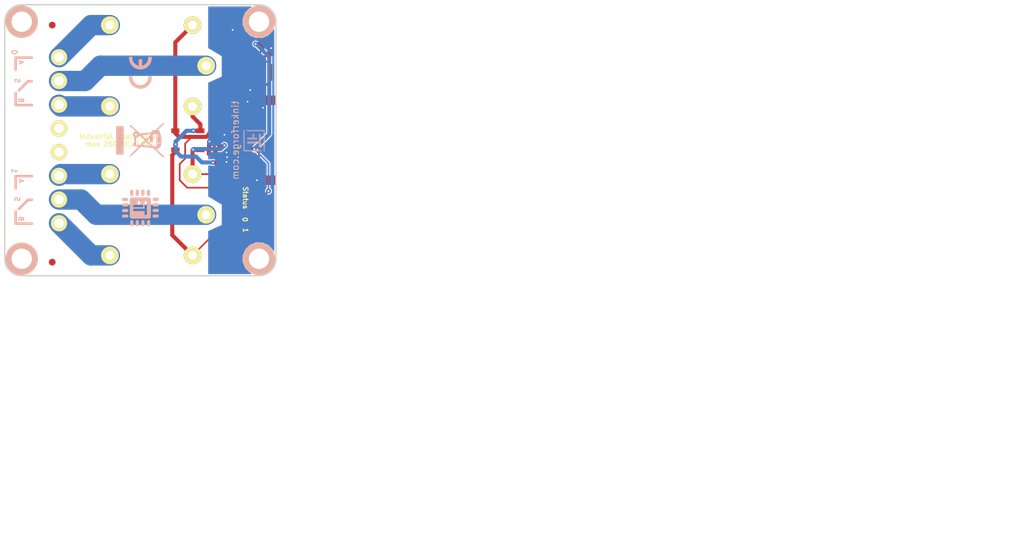
<source format=kicad_pcb>
(kicad_pcb (version 4) (host pcbnew 4.0.7-e2-6376~58~ubuntu17.04.1)
  (title_block (title "Industrial Dual Relay Bricklet") (date 2017-12-06) (rev 1.0) (company "Tinkerforge GmbH") (comment 1 "Licensed under CERN OHL v.1.1") (comment 2 "Copyright (©) 2017, B.Nordmeyer <bastian@tinkerforge.com>"))
  (layers (0 Vorderseite signal) (31 Rückseite signal hide) (34 B.Paste user) (35 F.Paste user) (36 B.SilkS user) (37 F.SilkS user) (38 B.Mask user) (39 F.Mask user) (44 Edge.Cuts user))
  (net 0 "")
  (net 1 +5V)
  (net 2 GND)
  (net 3 VCC)
  (net 4 S-MISO)
  (net 5 S-MOSI)
  (net 6 S-CLK)
  (net 7 S-CS)
  (net 8 RELAY1)
  (net 9 RELAY0)
  (net 10 "Net-(C2-Pad2)")
  (net 11 "Net-(D1-Pad2)")
  (net 12 "Net-(D2-Pad2)")
  (net 13 "Net-(D3-Pad2)")
  (net 14 "Net-(D4-Pad1)")
  (net 15 "Net-(D5-Pad1)")
  (net 16 "Net-(P1-Pad4)")
  (net 17 "Net-(P1-Pad5)")
  (net 18 "Net-(P1-Pad6)")
  (net 19 "Net-(P2-Pad2)")
  (net 20 "Net-(R1-Pad1)")
  (net 21 "Net-(P3-Pad2)")
  (net 22 "Net-(P3-Pad3)")
  (net 23 "Net-(P3-Pad1)")
  (net 24 "Net-(P3-Pad6)")
  (net 25 "Net-(P3-Pad7)")
  (net 26 "Net-(P3-Pad8)")
  (net 27 "Net-(P4-Pad1)")
  (module R0402F (layer Vorderseite) (at 162.675 106.075)
    (fp_text reference R4)
    (fp_text value 10k)
    (pad 2 smd rect (at 0.5 0) (size 0.6 0.7) (layers Vorderseite F.Paste F.Mask) (net 8 RELAY1))
    (pad 1 smd rect (at -0.5 0) (size 0.6 0.7) (layers Vorderseite F.Paste F.Mask) (net 2 GND))
  )
  (module G5LE-1 (layer Vorderseite) (at 153.075 115.175 180)
    (fp_text reference U3)
    (fp_text value G5LE-1-36)
    (pad 1 thru_hole circle (at -6.7 -6 180) (size 2.6 2.6) (drill 1.3) (layers *.Cu *.Mask F.SilkS) (net 1 +5V))
    (pad 2 thru_hole circle (at -8.7 0 180) (size 2.6 2.6) (drill 1.3) (layers *.Cu *.Mask F.SilkS) (net 25 "Net-(P3-Pad7)"))
    (pad 3 thru_hole circle (at -6.7 6 180) (size 2.6 2.6) (drill 1.3) (layers *.Cu *.Mask F.SilkS) (net 15 "Net-(D5-Pad1)"))
    (pad 4 thru_hole circle (at 5.5 6 180) (size 2.6 2.6) (drill 1.3) (layers *.Cu *.Mask F.SilkS) (net 24 "Net-(P3-Pad6)"))
    (pad 5 thru_hole circle (at 5.5 -6 180) (size 2.6 2.6) (drill 1.3) (layers *.Cu *.Mask F.SilkS) (net 26 "Net-(P3-Pad8)"))
  )
  (module C0603F (layer Vorderseite) (at 165.575 105.375 90)
    (fp_text reference C3)
    (fp_text value 1uF)
    (pad 1 smd rect (at -0.75 0 90) (size 0.9 0.9) (layers Vorderseite F.Paste F.Mask) (net 2 GND))
    (pad 2 smd rect (at 0.75 0 90) (size 0.9 0.9) (layers Vorderseite F.Paste F.Mask) (net 3 VCC))
  )
  (module C0603F (layer Vorderseite) (at 170.475 90.975 315)
    (fp_text reference C4)
    (fp_text value 100nF)
    (pad 1 smd rect (at -0.75 0 315) (size 0.9 0.9) (layers Vorderseite F.Paste F.Mask) (net 3 VCC))
    (pad 2 smd rect (at 0.75 0 315) (size 0.9 0.9) (layers Vorderseite F.Paste F.Mask) (net 2 GND))
  )
  (module D0603E (layer Vorderseite) (at 169.575 112.675 180)
    (fp_text reference D1)
    (fp_text value blue)
    (pad 1 smd rect (at -0.8501 0 180) (size 1.1 1) (layers Vorderseite F.Paste F.Mask) (net 3 VCC))
    (pad 2 smd rect (at 0.8501 0 180) (size 1.1 1) (layers Vorderseite F.Paste F.Mask) (net 11 "Net-(D1-Pad2)"))
  )
  (module D0603E (layer Vorderseite) (at 169.575 115.875 180)
    (fp_text reference D2)
    (fp_text value blue)
    (pad 1 smd rect (at -0.8501 0 180) (size 1.1 1) (layers Vorderseite F.Paste F.Mask) (net 1 +5V))
    (pad 2 smd rect (at 0.8501 0 180) (size 1.1 1) (layers Vorderseite F.Paste F.Mask) (net 12 "Net-(D2-Pad2)"))
  )
  (module D0603E (layer Vorderseite) (at 169.575 117.475 180)
    (fp_text reference D3)
    (fp_text value blue)
    (pad 1 smd rect (at -0.8501 0 180) (size 1.1 1) (layers Vorderseite F.Paste F.Mask) (net 1 +5V))
    (pad 2 smd rect (at 0.8501 0 180) (size 1.1 1) (layers Vorderseite F.Paste F.Mask) (net 13 "Net-(D3-Pad2)"))
  )
  (module CON-SENSOR2 (layer Vorderseite) (at 172.075 104.175 90)
    (fp_text reference P1)
    (fp_text value CON-SENSOR2)
    (pad 1 smd rect (at -3.75 -4.6 90) (size 0.6 1.8) (layers Vorderseite F.Paste F.Mask) (net 1 +5V))
    (pad 2 smd rect (at -2.5 -4.6 90) (size 0.6 1.8) (layers Vorderseite F.Paste F.Mask) (net 2 GND))
    (pad EP smd rect (at -5.9 -1.2 90) (size 1.4 2.4) (layers Vorderseite F.Paste F.Mask) (net 2 GND))
    (pad EP smd rect (at 5.9 -1.2 90) (size 1.4 2.4) (layers Vorderseite F.Paste F.Mask) (net 2 GND))
    (pad 3 smd rect (at -1.25 -4.6 90) (size 0.6 1.8) (layers Vorderseite F.Paste F.Mask) (net 3 VCC))
    (pad 4 smd rect (at 0 -4.6 90) (size 0.6 1.8) (layers Vorderseite F.Paste F.Mask) (net 16 "Net-(P1-Pad4)"))
    (pad 5 smd rect (at 1.25 -4.6 90) (size 0.6 1.8) (layers Vorderseite F.Paste F.Mask) (net 17 "Net-(P1-Pad5)"))
    (pad 6 smd rect (at 2.5 -4.6 90) (size 0.6 1.8) (layers Vorderseite F.Paste F.Mask) (net 18 "Net-(P1-Pad6)"))
    (pad 7 smd rect (at 3.75 -4.6 90) (size 0.6 1.8) (layers Vorderseite F.Paste F.Mask) (net 10 "Net-(C2-Pad2)"))
  )
  (module kicad-libraries:SolderJumper (layer Vorderseite) (at 165.675 88.975 270)
    (fp_text reference P2)
    (fp_text value BOOT)
    (pad 2 smd rect (at 0.55 0 270) (size 0.3 1.4) (layers Vorderseite F.Mask) (net 19 "Net-(P2-Pad2)"))
    (pad 2 smd rect (at 0.15 0 270) (size 0.6 0.5) (layers Vorderseite F.Mask) (net 19 "Net-(P2-Pad2)"))
    (pad 1 smd rect (at -0.5 0 270) (size 0.4 1.4) (layers Vorderseite F.Mask) (net 2 GND))
    (pad 1 smd rect (at -0.225 0.55 270) (size 0.95 0.3) (layers Vorderseite F.Mask) (net 2 GND))
    (pad 1 smd rect (at -0.225 -0.55 270) (size 0.95 0.3) (layers Vorderseite F.Mask) (net 2 GND))
  )
  (module R0603F (layer Vorderseite) (at 166.475 111.275 270)
    (fp_text reference R1)
    (fp_text value 1k)
    (pad 1 smd rect (at -0.75 0 270) (size 0.9 0.9) (layers Vorderseite F.Paste F.Mask) (net 20 "Net-(R1-Pad1)"))
    (pad 2 smd rect (at 0.75 0 270) (size 0.9 0.9) (layers Vorderseite F.Paste F.Mask) (net 11 "Net-(D1-Pad2)"))
  )
  (module R0603F (layer Vorderseite) (at 166.475 115.175 270)
    (fp_text reference R3)
    (fp_text value 1k)
    (pad 1 smd rect (at -0.75 0 270) (size 0.9 0.9) (layers Vorderseite F.Paste F.Mask) (net 15 "Net-(D5-Pad1)"))
    (pad 2 smd rect (at 0.75 0 270) (size 0.9 0.9) (layers Vorderseite F.Paste F.Mask) (net 13 "Net-(D3-Pad2)"))
  )
  (module kicad-libraries:4X0402 (layer Vorderseite) (at 165.675 97.375)
    (fp_text reference RP1)
    (fp_text value 82)
    (pad 1 smd rect (at -0.7493 0.575 180) (size 0.29972 0.65) (layers Vorderseite F.Paste F.Mask) (net 16 "Net-(P1-Pad4)"))
    (pad 2 smd rect (at -0.24892 0.575 180) (size 0.29972 0.65) (layers Vorderseite F.Paste F.Mask) (net 17 "Net-(P1-Pad5)"))
    (pad 3 smd rect (at 0.24892 0.575 180) (size 0.29972 0.65) (layers Vorderseite F.Paste F.Mask) (net 18 "Net-(P1-Pad6)"))
    (pad 4 smd rect (at 0.7493 0.575 180) (size 0.29972 0.65) (layers Vorderseite F.Paste F.Mask) (net 10 "Net-(C2-Pad2)"))
    (pad 5 smd rect (at 0.7493 -0.575) (size 0.29972 0.65) (layers Vorderseite F.Paste F.Mask) (net 4 S-MISO))
    (pad 6 smd rect (at 0.24892 -0.575) (size 0.29972 0.65) (layers Vorderseite F.Paste F.Mask) (net 5 S-MOSI))
    (pad 7 smd rect (at -0.24892 -0.575) (size 0.29972 0.65) (layers Vorderseite F.Paste F.Mask) (net 6 S-CLK))
    (pad 8 smd rect (at -0.7493 -0.575) (size 0.29972 0.65) (layers Vorderseite F.Paste F.Mask) (net 7 S-CS))
  )
  (module kicad-libraries:QFN24-4x4mm-0.5mm (layer Vorderseite) (at 167.875 93.375 135)
    (fp_text reference U1)
    (fp_text value XMC1XXX24)
    (pad 1 smd oval (at -2.025 -1.25 135) (size 1 0.3) (layers Vorderseite F.Paste F.Mask) (net 4 S-MISO))
    (pad 2 smd oval (at -2.025 -0.75 135) (size 1 0.3) (layers Vorderseite F.Paste F.Mask))
    (pad 3 smd oval (at -2.025 -0.25 135) (size 1 0.3) (layers Vorderseite F.Paste F.Mask))
    (pad 4 smd oval (at -2.025 0.25 135) (size 1 0.3) (layers Vorderseite F.Paste F.Mask))
    (pad 5 smd oval (at -2.025 0.75 135) (size 1 0.3) (layers Vorderseite F.Paste F.Mask))
    (pad 6 smd oval (at -2.025 1.25 135) (size 1 0.3) (layers Vorderseite F.Paste F.Mask))
    (pad 7 smd oval (at -1.25 2.025 225) (size 1 0.3) (layers Vorderseite F.Paste F.Mask) (net 20 "Net-(R1-Pad1)"))
    (pad 8 smd oval (at -0.75 2.025 225) (size 1 0.3) (layers Vorderseite F.Paste F.Mask))
    (pad 9 smd oval (at -0.25 2.025 225) (size 1 0.3) (layers Vorderseite F.Paste F.Mask) (net 2 GND))
    (pad 10 smd oval (at 0.25 2.025 225) (size 1 0.3) (layers Vorderseite F.Paste F.Mask) (net 3 VCC))
    (pad 11 smd oval (at 0.75 2.025 225) (size 1 0.3) (layers Vorderseite F.Paste F.Mask))
    (pad 12 smd oval (at 1.25 2.025 225) (size 1 0.3) (layers Vorderseite F.Paste F.Mask))
    (pad 13 smd oval (at 2.025 1.25 135) (size 1 0.3) (layers Vorderseite F.Paste F.Mask))
    (pad 14 smd oval (at 2.025 0.75 135) (size 1 0.3) (layers Vorderseite F.Paste F.Mask))
    (pad 15 smd oval (at 2.025 0.25 135) (size 1 0.3) (layers Vorderseite F.Paste F.Mask) (net 19 "Net-(P2-Pad2)"))
    (pad 16 smd oval (at 2.025 -0.25 135) (size 1 0.3) (layers Vorderseite F.Paste F.Mask) (net 27 "Net-(P4-Pad1)"))
    (pad 17 smd oval (at 2.025 -0.75 135) (size 1 0.3) (layers Vorderseite F.Paste F.Mask))
    (pad 18 smd oval (at 2.025 -1.25 135) (size 1 0.3) (layers Vorderseite F.Paste F.Mask) (net 9 RELAY0))
    (pad 19 smd oval (at 1.25 -2.025 225) (size 1 0.3) (layers Vorderseite F.Paste F.Mask) (net 8 RELAY1))
    (pad 20 smd oval (at 0.75 -2.025 225) (size 1 0.3) (layers Vorderseite F.Paste F.Mask))
    (pad 21 smd oval (at 0.25 -2.025 225) (size 1 0.3) (layers Vorderseite F.Paste F.Mask))
    (pad 22 smd oval (at -0.25 -2.025 225) (size 1 0.3) (layers Vorderseite F.Paste F.Mask) (net 7 S-CS))
    (pad 23 smd oval (at -0.75 -2.025 225) (size 1 0.3) (layers Vorderseite F.Paste F.Mask) (net 6 S-CLK))
    (pad 24 smd oval (at -1.25 -2.025 225) (size 1 0.3) (layers Vorderseite F.Paste F.Mask) (net 5 S-MOSI))
    (pad EXP smd rect (at 0.65 0.65 135) (size 1.3 1.3) (layers Vorderseite F.Paste F.Mask) (net 2 GND))
    (pad EXP smd rect (at 0.65 -0.65 135) (size 1.3 1.3) (layers Vorderseite F.Paste F.Mask) (net 2 GND))
    (pad EXP smd rect (at -0.65 0.65 135) (size 1.3 1.3) (layers Vorderseite F.Paste F.Mask) (net 2 GND))
    (pad EXP smd rect (at -0.65 -0.65 135) (size 1.3 1.3) (layers Vorderseite F.Paste F.Mask) (net 2 GND))
  )
  (module G5LE-1 (layer Vorderseite) (at 153.075 93.175 180)
    (fp_text reference U2)
    (fp_text value G5LE-1-36)
    (pad 1 thru_hole circle (at -6.7 -6 180) (size 2.6 2.6) (drill 1.3) (layers *.Cu *.Mask F.SilkS) (net 1 +5V))
    (pad 2 thru_hole circle (at -8.7 0 180) (size 2.6 2.6) (drill 1.3) (layers *.Cu *.Mask F.SilkS) (net 21 "Net-(P3-Pad2)"))
    (pad 3 thru_hole circle (at -6.7 6 180) (size 2.6 2.6) (drill 1.3) (layers *.Cu *.Mask F.SilkS) (net 14 "Net-(D4-Pad1)"))
    (pad 4 thru_hole circle (at 5.5 6 180) (size 2.6 2.6) (drill 1.3) (layers *.Cu *.Mask F.SilkS) (net 23 "Net-(P3-Pad1)"))
    (pad 5 thru_hole circle (at 5.5 -6 180) (size 2.6 2.6) (drill 1.3) (layers *.Cu *.Mask F.SilkS) (net 22 "Net-(P3-Pad3)"))
  )
  (module DRILL_NP (layer Vorderseite) (at 169.575 121.675)
    (fp_text reference U4 hide)
    (fp_text value DRILL hide)
    (pad "" np_thru_hole circle (at 0 0) (size 2.99974 2.99974) (drill 2.99974) (layers *.Cu *.Mask F.SilkS) (clearance 0.89916))
  )
  (module DRILL_NP (layer Vorderseite) (at 134.575 121.675)
    (fp_text reference U5 hide)
    (fp_text value DRILL hide)
    (pad "" np_thru_hole circle (at 0 0) (size 2.99974 2.99974) (drill 2.99974) (layers *.Cu *.Mask F.SilkS) (clearance 0.89916))
  )
  (module DRILL_NP (layer Vorderseite) (at 134.575 86.675)
    (fp_text reference U6 hide)
    (fp_text value DRILL hide)
    (pad "" np_thru_hole circle (at 0 0) (size 2.99974 2.99974) (drill 2.99974) (layers *.Cu *.Mask F.SilkS) (clearance 0.89916))
  )
  (module DRILL_NP (layer Vorderseite) (at 169.575 86.675)
    (fp_text reference U7 hide)
    (fp_text value DRILL hide)
    (pad "" np_thru_hole circle (at 0 0) (size 2.99974 2.99974) (drill 2.99974) (layers *.Cu *.Mask F.SilkS) (clearance 0.89916))
  )
  (module C0402F (layer Vorderseite) (at 167.775 97.575 180)
    (fp_text reference C2)
    (fp_text value 220pF)
    (pad 2 smd rect (at 0.5 0 180) (size 0.6 0.7) (layers Vorderseite F.Paste F.Mask) (net 10 "Net-(C2-Pad2)"))
    (pad 1 smd rect (at -0.5 0 180) (size 0.6 0.7) (layers Vorderseite F.Paste F.Mask) (net 2 GND))
  )
  (module kicad-libraries:OQ_8P (layer Vorderseite) (at 140.075 104.175 270)
    (fp_text reference P3)
    (fp_text value CONN_8)
    (pad 2 thru_hole circle (at -8.7503 0 270) (size 2.4003 2.4003) (drill 1.39954) (layers *.Cu *.Mask F.SilkS) (net 21 "Net-(P3-Pad2)"))
    (pad 3 thru_hole circle (at -5.25018 0 270) (size 2.4003 2.4003) (drill 1.39954) (layers *.Cu *.Mask F.SilkS) (net 22 "Net-(P3-Pad3)"))
    (pad 4 thru_hole circle (at -1.75006 0 270) (size 2.4003 2.4003) (drill 1.39954) (layers *.Cu *.Mask F.SilkS))
    (pad 1 thru_hole circle (at -12.25042 0 270) (size 2.4003 2.4003) (drill 1.39954) (layers *.Cu *.Mask F.SilkS) (net 23 "Net-(P3-Pad1)"))
    (pad 5 thru_hole circle (at 1.75006 0 270) (size 2.4003 2.4003) (drill 1.39954) (layers *.Cu *.Mask F.SilkS))
    (pad 6 thru_hole circle (at 5.25018 0 270) (size 2.4003 2.4003) (drill 1.39954) (layers *.Cu *.Mask F.SilkS) (net 24 "Net-(P3-Pad6)"))
    (pad 7 thru_hole circle (at 8.7503 0 270) (size 2.4003 2.4003) (drill 1.39954) (layers *.Cu *.Mask F.SilkS) (net 25 "Net-(P3-Pad7)"))
    (pad 8 thru_hole circle (at 12.25042 0 270) (size 2.4003 2.4003) (drill 1.39954) (layers *.Cu *.Mask F.SilkS) (net 26 "Net-(P3-Pad8)"))
  )
  (module SOD-123 (layer Vorderseite) (at 159.075 102.775)
    (fp_text reference D4)
    (fp_text value LL4148)
    (pad 1 smd rect (at -1.84912 0) (size 1.19888 0.70104) (layers Vorderseite F.Paste F.Mask) (net 14 "Net-(D4-Pad1)") (clearance 0.14986))
    (pad 2 smd rect (at 1.84912 0) (size 1.19888 0.70104) (layers Vorderseite F.Paste F.Mask) (net 1 +5V) (clearance 0.14986))
  )
  (module SOD-123 (layer Vorderseite) (at 159.075 105.575 180)
    (fp_text reference D5)
    (fp_text value LL4148)
    (pad 1 smd rect (at -1.84912 0 180) (size 1.19888 0.70104) (layers Vorderseite F.Paste F.Mask) (net 15 "Net-(D5-Pad1)") (clearance 0.14986))
    (pad 2 smd rect (at 1.84912 0 180) (size 1.19888 0.70104) (layers Vorderseite F.Paste F.Mask) (net 1 +5V) (clearance 0.14986))
  )
  (module R0603F (layer Vorderseite) (at 165.075 115.175 270)
    (fp_text reference R2)
    (fp_text value 1k)
    (pad 1 smd rect (at -0.75 0 270) (size 0.9 0.9) (layers Vorderseite F.Paste F.Mask) (net 14 "Net-(D4-Pad1)"))
    (pad 2 smd rect (at 0.75 0 270) (size 0.9 0.9) (layers Vorderseite F.Paste F.Mask) (net 12 "Net-(D2-Pad2)"))
  )
  (module C0603F (layer Vorderseite) (at 165.575 108.075 270)
    (fp_text reference C1)
    (fp_text value 1uF)
    (pad 1 smd rect (at -0.75 0 270) (size 0.9 0.9) (layers Vorderseite F.Paste F.Mask) (net 2 GND))
    (pad 2 smd rect (at 0.75 0 270) (size 0.9 0.9) (layers Vorderseite F.Paste F.Mask) (net 1 +5V))
  )
  (module kicad-libraries:DEBUG_PAD (layer Vorderseite) (at 165.15 91.475)
    (fp_text reference P4)
    (fp_text value Debug)
    (pad 1 smd circle (at 0 0) (size 0.7 0.7) (layers Vorderseite F.Paste F.Mask) (net 27 "Net-(P4-Pad1)"))
  )
  (module kicad-libraries:Logo_31x31 (layer Rückseite) (at 170.425 105.825 90)
    (fp_text reference G*** hide)
    (fp_text value Logo_31x31 hide)
  )
  (module kicad-libraries:Logo_CoMCU (layer Rückseite) (at 152.075 114.175 90)
    (fp_text reference G*** hide)
    (fp_text value LOGO hide)
  )
  (module kicad-libraries:CE_5mm (layer Rückseite) (at 152.075 94.175 90)
    (fp_text reference VAL hide)
    (fp_text value CE_5mm hide)
  )
  (module kicad-libraries:WEEE_7mm (layer Rückseite) (at 152.075 104.175 90)
    (fp_text reference VAL hide)
    (fp_text value WEEE_7mm hide)
  )
  (module kicad-libraries:Fiducial_Mark (layer Vorderseite) (at 139.075 87.175)
    (fp_text reference Fiducial_Mark hide)
    (fp_text value VAL** hide)
    (pad 1 smd circle (at 0 0) (size 1.00076 1.00076) (layers Vorderseite F.Paste F.Mask) (clearance 0.65024))
  )
  (module kicad-libraries:Fiducial_Mark (layer Vorderseite) (at 165.075 122.175)
    (fp_text reference Fiducial_Mark hide)
    (fp_text value VAL** hide)
    (pad 1 smd circle (at 0 0) (size 1.00076 1.00076) (layers Vorderseite F.Paste F.Mask) (clearance 0.65024))
  )
  (module kicad-libraries:Fiducial_Mark (layer Vorderseite) (at 139.075 122.175)
    (fp_text reference Fiducial_Mark hide)
    (fp_text value VAL** hide)
    (pad 1 smd circle (at 0 0) (size 1.00076 1.00076) (layers Vorderseite F.Paste F.Mask) (clearance 0.65024))
  )
  (module kicad-libraries:SOT363 (layer Vorderseite) (at 162.975 104.175 90)
    (fp_text reference Q1)
    (fp_text value SSM6N7002KFU)
    (pad 1 smd rect (at -0.9 -0.75 90) (size 0.6 0.6) (layers Vorderseite F.Paste F.Mask) (net 2 GND))
    (pad 3 smd rect (at -0.9 0.75 90) (size 0.6 0.6) (layers Vorderseite F.Paste F.Mask) (net 15 "Net-(D5-Pad1)"))
    (pad 4 smd rect (at 0.9 0.75 90) (size 0.6 0.6) (layers Vorderseite F.Paste F.Mask) (net 2 GND))
    (pad 6 smd rect (at 0.9 -0.75 90) (size 0.6 0.6) (layers Vorderseite F.Paste F.Mask) (net 14 "Net-(D4-Pad1)"))
    (pad 2 smd rect (at -0.9 0 90) (size 0.6 0.4) (layers Vorderseite F.Paste F.Mask) (net 8 RELAY1))
    (pad 5 smd rect (at 0.9 0 90) (size 0.6 0.4) (layers Vorderseite F.Paste F.Mask) (net 9 RELAY0))
  )
  (module R0402F (layer Vorderseite) (at 163.375 102.275 180)
    (fp_text reference R5)
    (fp_text value 10k)
    (pad 2 smd rect (at 0.5 0 180) (size 0.6 0.7) (layers Vorderseite F.Paste F.Mask) (net 9 RELAY0))
    (pad 1 smd rect (at -0.5 0 180) (size 0.6 0.7) (layers Vorderseite F.Paste F.Mask) (net 2 GND))
  )
  (gr_text 0 (at 133.475 91.175 270) (layer B.SilkS) (effects (font (size 0.8 0.8)) (justify mirror)))
  (gr_line (start 135.5 95.475) (end 136.05 95.475) (angle 90) (layer B.SilkS) (width 0.381))
  (gr_text S (at 133.9 95.375 270) (layer B.SilkS) (effects (font (size 0.7 0.7) (thickness 0.14986)) (justify mirror)))
  (gr_text B (at 134.475 98.275 270) (layer B.SilkS) (effects (font (size 0.7 0.7) (thickness 0.14986)) (justify mirror)))
  (gr_text A (at 134.475 92.675 270) (layer B.SilkS) (effects (font (size 0.7 0.7) (thickness 0.14986)) (justify mirror)))
  (gr_line (start 135.5 95.475) (end 134.15 96.825) (angle 90) (layer B.SilkS) (width 0.381))
  (gr_line (start 136.075 91.975) (end 133.675 91.975) (angle 90) (layer B.SilkS) (width 0.381))
  (gr_line (start 136.075 98.975) (end 133.675 98.975) (angle 90) (layer B.SilkS) (width 0.381))
  (gr_line (start 133.675 98.975) (end 133.675 97.175) (angle 90) (layer B.SilkS) (width 0.381))
  (gr_line (start 133.675 91.975) (end 133.675 93.775) (angle 90) (layer B.SilkS) (width 0.381))
  (gr_line (start 133.675 109.475) (end 133.675 111.275) (angle 90) (layer B.SilkS) (width 0.381))
  (gr_line (start 133.675 116.475) (end 133.675 114.675) (angle 90) (layer B.SilkS) (width 0.381))
  (gr_line (start 136.075 116.475) (end 133.675 116.475) (angle 90) (layer B.SilkS) (width 0.381))
  (gr_line (start 136.075 109.475) (end 133.675 109.475) (angle 90) (layer B.SilkS) (width 0.381))
  (gr_line (start 135.5 112.975) (end 134.15 114.325) (angle 90) (layer B.SilkS) (width 0.381))
  (gr_text Status (at 167.575 112.675 270) (layer F.SilkS) (effects (font (size 0.7 0.7) (thickness 0.14986))))
  (gr_text 1 (at 167.575 117.475 270) (layer F.SilkS) (effects (font (size 0.7 0.7) (thickness 0.14986))))
  (gr_line (start 172.075 121.675) (end 172.075 86.675) (angle 90) (layer Edge.Cuts) (width 0.2))
  (gr_line (start 134.575 124.175) (end 169.575 124.175) (angle 90) (layer Edge.Cuts) (width 0.2))
  (gr_line (start 132.075 86.675) (end 132.075 121.675) (angle 90) (layer Edge.Cuts) (width 0.2))
  (gr_line (start 169.575 84.175) (end 134.575 84.175) (angle 90) (layer Edge.Cuts) (width 0.2))
  (gr_text 0 (at 167.575 115.875 90) (layer F.SilkS) (effects (font (size 0.7 0.7) (thickness 0.14986))))
  (gr_text A (at 134.475 110.175 270) (layer B.SilkS) (effects (font (size 0.7 0.7) (thickness 0.14986)) (justify mirror)))
  (gr_text B (at 134.475 115.775 270) (layer B.SilkS) (effects (font (size 0.7 0.7) (thickness 0.14986)) (justify mirror)))
  (gr_text S (at 133.9 112.875 270) (layer B.SilkS) (effects (font (size 0.7 0.7) (thickness 0.14986)) (justify mirror)))
  (gr_line (start 135.5 112.975) (end 136.05 112.975) (angle 90) (layer B.SilkS) (width 0.381))
  (gr_text 1 (at 133.475 108.675 270) (layer B.SilkS) (effects (font (size 0.8 0.8)) (justify mirror)))
  (gr_text tinkerforge.com (at 166.075 104.175 90) (layer B.SilkS) (effects (font (size 1.00076 1.00076) (thickness 0.14986)) (justify mirror)))
  (gr_arc (start 134.57302 86.67306) (end 132.07366 86.67306) (angle 90) (layer Edge.Cuts) (width 0.2))
  (gr_arc (start 134.57302 121.67298) (end 134.57302 124.17234) (angle 90) (layer Edge.Cuts) (width 0.2))
  (gr_arc (start 169.57294 121.67298) (end 172.0723 121.67298) (angle 90) (layer Edge.Cuts) (width 0.2))
  (gr_arc (start 169.57294 86.67306) (end 169.57294 84.17116) (angle 90) (layer Edge.Cuts) (width 0.2))
  (gr_text "Industrial Dual Relay\nmax 250VAC, 10A" (at 148.675 104.175) (layer F.SilkS) (effects (font (size 0.7 0.7))))
  (segment (start 170.275 118.475) (end 162.475 118.475) (width 0.24892) (layer Vorderseite) (net 1))
  (segment (start 162.475 118.475) (end 159.775 121.175) (width 0.24892) (layer Vorderseite) (net 1))
  (segment (start 170.4251 117.475) (end 170.4251 115.875) (width 0.24892) (layer Vorderseite) (net 1))
  (segment (start 170.4251 118.3249) (end 170.4251 117.475) (width 0.24892) (layer Vorderseite) (net 1))
  (segment (start 170.275 118.475) (end 170.4251 118.3249) (width 0.24892) (layer Vorderseite) (net 1))
  (segment (start 162.775 107.45) (end 161.15 107.45) (width 0.59944) (layer Rückseite) (net 1))
  (segment (start 157.275 105.775) (end 157.275 104.775) (width 0.59944) (layer Rückseite) (net 1))
  (segment (start 158.075 106.575) (end 157.275 105.775) (width 0.59944) (layer Rückseite) (net 1))
  (segment (start 160.275 106.575) (end 158.075 106.575) (width 0.59944) (layer Rückseite) (net 1))
  (segment (start 161.15 107.45) (end 160.275 106.575) (width 0.59944) (layer Rückseite) (net 1))
  (segment (start 159.875 102.775) (end 158.875 102.775) (width 0.59944) (layer Rückseite) (net 1))
  (segment (start 158.875 102.775) (end 157.275 104.375) (width 0.59944) (layer Rückseite) (net 1))
  (segment (start 157.275 104.375) (end 157.275 104.775) (width 0.59944) (layer Rückseite) (net 1))
  (segment (start 157.22588 104.82412) (end 157.275 104.775) (width 0.59944) (layer Vorderseite) (net 1))
  (segment (start 157.22588 104.82412) (end 157.22588 105.575) (width 0.59944) (layer Vorderseite) (net 1))
  (via (at 157.275 104.775) (size 0.70104) (drill 0.24892) (layers Vorderseite Rückseite) (net 1))
  (segment (start 159.875 102.775) (end 160.92412 102.775) (width 0.59944) (layer Vorderseite) (net 1))
  (via (at 159.875 102.775) (size 0.70104) (drill 0.24892) (layers Vorderseite Rückseite) (net 1))
  (segment (start 159.775 99.175) (end 159.775 100.675) (width 0.59944) (layer Vorderseite) (net 1))
  (segment (start 159.775 100.675) (end 160.92412 101.82412) (width 0.59944) (layer Vorderseite) (net 1))
  (segment (start 160.92412 101.82412) (end 160.92412 102.775) (width 0.59944) (layer Vorderseite) (net 1))
  (segment (start 165.575 108.825) (end 164.5 108.825) (width 0.59944) (layer Vorderseite) (net 1))
  (via (at 162.775 107.45) (size 0.70104) (drill 0.24892) (layers Vorderseite Rückseite) (net 1))
  (segment (start 163.125 107.45) (end 162.775 107.45) (width 0.59944) (layer Vorderseite) (net 1))
  (segment (start 164.5 108.825) (end 163.125 107.45) (width 0.59944) (layer Vorderseite) (net 1))
  (segment (start 165.575 108.825) (end 165.925 108.825) (width 0.59944) (layer Vorderseite) (net 1))
  (segment (start 165.925 108.825) (end 166.825 107.925) (width 0.59944) (layer Vorderseite) (net 1))
  (segment (start 166.825 107.925) (end 167.475 107.925) (width 0.59944) (layer Vorderseite) (net 1))
  (segment (start 157.575 105.575) (end 156.775 106.375) (width 0.59944) (layer Vorderseite) (net 1))
  (segment (start 156.775 118.175) (end 159.775 121.175) (width 0.59944) (layer Vorderseite) (net 1))
  (segment (start 156.775 106.375) (end 156.775 118.175) (width 0.59944) (layer Vorderseite) (net 1))
  (segment (start 162.225 105.075) (end 162.225 104.425) (width 0.59944) (layer Vorderseite) (net 2))
  (via (at 162.275 104.375) (size 0.70104) (drill 0.24892) (layers Vorderseite Rückseite) (net 2))
  (segment (start 162.225 104.425) (end 162.275 104.375) (width 0.59944) (layer Vorderseite) (net 2))
  (segment (start 162.225 105.075) (end 162.225 105.025) (width 0.59944) (layer Vorderseite) (net 2))
  (segment (start 163.725 103.275) (end 163.725 102.425) (width 0.24892) (layer Vorderseite) (net 2))
  (segment (start 163.725 102.425) (end 163.875 102.275) (width 0.24892) (layer Vorderseite) (net 2))
  (segment (start 163.725 103.275) (end 164.375 103.275) (width 0.59944) (layer Vorderseite) (net 2))
  (via (at 164.475 103.375) (size 0.70104) (drill 0.24892) (layers Vorderseite Rückseite) (net 2))
  (segment (start 164.375 103.275) (end 164.475 103.375) (width 0.59944) (layer Vorderseite) (net 2))
  (segment (start 162.225 105.075) (end 162.225 106.025) (width 0.29972) (layer Vorderseite) (net 2))
  (segment (start 162.225 106.025) (end 162.175 106.075) (width 0.29972) (layer Vorderseite) (net 2))
  (segment (start 165.675 88.475) (end 166.2 88.475) (width 0.24892) (layer Vorderseite) (net 2))
  (segment (start 166.2 88.475) (end 166.225 88.5) (width 0.24892) (layer Vorderseite) (net 2))
  (segment (start 166.225 88.5) (end 166.225 88.75) (width 0.24892) (layer Vorderseite) (net 2))
  (segment (start 165.125 88.75) (end 165.125 88.5) (width 0.24892) (layer Vorderseite) (net 2))
  (segment (start 165.125 88.5) (end 165.15 88.475) (width 0.24892) (layer Vorderseite) (net 2))
  (segment (start 165.15 88.475) (end 165.675 88.475) (width 0.24892) (layer Vorderseite) (net 2))
  (segment (start 170.875 98.275) (end 170.175 98.975) (width 0.59944) (layer Vorderseite) (net 2))
  (segment (start 170.175 98.975) (end 170.175 99.375) (width 0.59944) (layer Vorderseite) (net 2))
  (via (at 170.175 99.375) (size 0.70104) (drill 0.24892) (layers Vorderseite Rückseite) (net 2))
  (segment (start 170.875 110.075) (end 169.275 110.075) (width 0.59944) (layer Vorderseite) (net 2))
  (via (at 169.275 110.075) (size 0.70104) (drill 0.24892) (layers Vorderseite Rückseite) (net 2))
  (segment (start 165.675 88.475) (end 165.675 87.875) (width 0.24892) (layer Vorderseite) (net 2))
  (via (at 165.675 87.875) (size 0.70104) (drill 0.24892) (layers Vorderseite Rückseite) (net 2))
  (segment (start 165.575 106.125) (end 165.325 106.375) (width 0.59944) (layer Vorderseite) (net 2))
  (segment (start 165.325 106.375) (end 165.325 106.825) (width 0.59944) (layer Vorderseite) (net 2))
  (segment (start 165.325 106.825) (end 165.075 107.075) (width 0.59944) (layer Vorderseite) (net 2))
  (segment (start 164.775 105.975) (end 164.775 107.375) (width 0.59944) (layer Vorderseite) (net 2))
  (via (at 164.775 105.975) (size 0.70104) (drill 0.24892) (layers Vorderseite Rückseite) (net 2))
  (segment (start 165.425 105.975) (end 164.775 105.975) (width 0.59944) (layer Vorderseite) (net 2))
  (via (at 164.775 107.375) (size 0.70104) (drill 0.24892) (layers Vorderseite Rückseite) (net 2))
  (segment (start 164.775 107.375) (end 165.525 107.375) (width 0.59944) (layer Vorderseite) (net 2))
  (segment (start 165.575 107.325) (end 165.525 107.375) (width 0.59944) (layer Vorderseite) (net 2))
  (segment (start 165.575 106.125) (end 165.425 105.975) (width 0.59944) (layer Vorderseite) (net 2))
  (segment (start 165.875 106.675) (end 164.875 106.675) (width 0.59944) (layer Vorderseite) (net 2))
  (via (at 164.875 106.675) (size 0.70104) (drill 0.24892) (layers Vorderseite Rückseite) (net 2))
  (segment (start 167.875 94.294239) (end 166.955761 93.375) (width 0.29972) (layer Vorderseite) (net 2))
  (segment (start 167.875 92.455761) (end 166.955761 93.375) (width 0.29972) (layer Vorderseite) (net 2))
  (segment (start 168.794239 93.375) (end 167.875 92.455761) (width 0.29972) (layer Vorderseite) (net 2))
  (segment (start 169.483668 92.119885) (end 167.875 93.728553) (width 0.29972) (layer Vorderseite) (net 2))
  (segment (start 167.875 93.728553) (end 167.875 94.294239) (width 0.29972) (layer Vorderseite) (net 2))
  (segment (start 171.00533 91.50533) (end 171.375 91.13566) (width 0.59944) (layer Vorderseite) (net 2))
  (via (at 171.375 90.575) (size 0.70104) (drill 0.24892) (layers Vorderseite Rückseite) (net 2))
  (segment (start 171.375 91.13566) (end 171.375 90.575) (width 0.59944) (layer Vorderseite) (net 2))
  (segment (start 168.275 97.575) (end 168.275 98.075) (width 0.59944) (layer Vorderseite) (net 2))
  (via (at 167.875 98.475) (size 0.70104) (drill 0.24892) (layers Vorderseite Rückseite) (net 2))
  (segment (start 168.275 98.075) (end 167.875 98.475) (width 0.59944) (layer Vorderseite) (net 2))
  (segment (start 168.275 97.575) (end 168.275 96.775) (width 0.59944) (layer Vorderseite) (net 2))
  (via (at 168.275 96.775) (size 0.70104) (drill 0.24892) (layers Vorderseite Rückseite) (net 2))
  (segment (start 165.575 107.325) (end 165.575 106.675) (width 0.59944) (layer Vorderseite) (net 2))
  (segment (start 165.575 106.125) (end 165.575 106.675) (width 0.59944) (layer Vorderseite) (net 2))
  (segment (start 165.575 106.675) (end 165.875 106.675) (width 0.59944) (layer Vorderseite) (net 2))
  (segment (start 165.875 106.675) (end 167.475 106.675) (width 0.59944) (layer Vorderseite) (net 2))
  (segment (start 169.483668 92.119885) (end 169.828553 91.775) (width 0.24892) (layer Vorderseite) (net 2))
  (segment (start 169.828553 91.775) (end 170.73566 91.775) (width 0.24892) (layer Vorderseite) (net 2))
  (segment (start 170.73566 91.775) (end 171.00533 91.50533) (width 0.24892) (layer Vorderseite) (net 2))
  (via (at 170.975 111.675) (size 0.70104) (drill 0.24892) (layers Vorderseite Rückseite) (net 3))
  (segment (start 170.975 111.675) (end 170.475 112.175) (width 0.24892) (layer Vorderseite) (net 3))
  (segment (start 170.475 112.175) (end 170.475 112.675) (width 0.24892) (layer Vorderseite) (net 3))
  (segment (start 170.475 112.675) (end 170.4251 112.675) (width 0.24892) (layer Vorderseite) (net 3))
  (segment (start 170.975 111.675) (end 170.975 107.575) (width 0.24892) (layer Rückseite) (net 3))
  (segment (start 170.975 107.575) (end 168.875 105.475) (width 0.24892) (layer Rückseite) (net 3))
  (segment (start 167.475 105.425) (end 168.825 105.425) (width 0.59944) (layer Vorderseite) (net 3))
  (segment (start 169.475 89.975) (end 169.94467 90.44467) (width 0.59944) (layer Vorderseite) (net 3))
  (segment (start 169.075 89.975) (end 169.475 89.975) (width 0.59944) (layer Vorderseite) (net 3))
  (via (at 169.075 89.975) (size 0.70104) (drill 0.24892) (layers Vorderseite Rückseite) (net 3))
  (segment (start 169.175 89.975) (end 169.075 89.975) (width 0.59944) (layer Rückseite) (net 3))
  (segment (start 171.075 91.875) (end 169.175 89.975) (width 0.59944) (layer Rückseite) (net 3))
  (segment (start 171.075 103.275) (end 171.075 91.875) (width 0.59944) (layer Rückseite) (net 3))
  (segment (start 168.875 105.475) (end 171.075 103.275) (width 0.59944) (layer Rückseite) (net 3))
  (via (at 168.875 105.475) (size 0.70104) (drill 0.24892) (layers Vorderseite Rückseite) (net 3))
  (segment (start 168.825 105.425) (end 168.875 105.475) (width 0.59944) (layer Vorderseite) (net 3))
  (segment (start 169.84467 90.44467) (end 169.94467 90.44467) (width 0.29972) (layer Vorderseite) (net 3))
  (segment (start 165.575 104.625) (end 165.825 104.625) (width 0.29972) (layer Vorderseite) (net 3))
  (segment (start 165.825 104.625) (end 166.625 105.425) (width 0.29972) (layer Vorderseite) (net 3))
  (segment (start 166.625 105.425) (end 167.475 105.425) (width 0.29972) (layer Vorderseite) (net 3))
  (segment (start 169.130115 91.766332) (end 169.94467 90.951777) (width 0.24892) (layer Vorderseite) (net 3))
  (segment (start 169.94467 90.951777) (end 169.94467 90.44467) (width 0.24892) (layer Vorderseite) (net 3))
  (segment (start 166.4243 96.8) (end 167.313783 96.8) (width 0.24892) (layer Vorderseite) (net 4))
  (segment (start 167.313783 96.8) (end 168.423008 95.690775) (width 0.24892) (layer Vorderseite) (net 4))
  (segment (start 165.92392 96.8) (end 165.92392 96.42608) (width 0.24892) (layer Vorderseite) (net 5))
  (segment (start 166.842767 96.175) (end 167.326992 95.690775) (width 0.24892) (layer Vorderseite) (net 5))
  (segment (start 166.175 96.175) (end 166.842767 96.175) (width 0.24892) (layer Vorderseite) (net 5))
  (segment (start 165.92392 96.42608) (end 166.175 96.175) (width 0.24892) (layer Vorderseite) (net 5))
  (segment (start 165.42608 96.8) (end 165.42608 96.32392) (width 0.24892) (layer Vorderseite) (net 6))
  (segment (start 166.53566 95.775) (end 166.973439 95.337221) (width 0.24892) (layer Vorderseite) (net 6))
  (segment (start 165.975 95.775) (end 166.53566 95.775) (width 0.24892) (layer Vorderseite) (net 6))
  (segment (start 165.42608 96.32392) (end 165.975 95.775) (width 0.24892) (layer Vorderseite) (net 6))
  (segment (start 164.9257 96.8) (end 164.9257 96.1243) (width 0.24892) (layer Vorderseite) (net 7))
  (segment (start 166.228553 95.375) (end 166.619885 94.983668) (width 0.24892) (layer Vorderseite) (net 7))
  (segment (start 165.675 95.375) (end 166.228553 95.375) (width 0.24892) (layer Vorderseite) (net 7))
  (segment (start 164.9257 96.1243) (end 165.675 95.375) (width 0.24892) (layer Vorderseite) (net 7))
  (segment (start 164.475 104.275) (end 163.375 104.275) (width 0.24892) (layer Vorderseite) (net 8))
  (segment (start 164.675 100.775) (end 164.075 100.175) (width 0.24892) (layer Vorderseite) (net 8))
  (segment (start 164.475 104.275) (end 165.175 103.575) (width 0.24892) (layer Vorderseite) (net 8))
  (segment (start 165.175 103.575) (end 165.175 103.175) (width 0.24892) (layer Vorderseite) (net 8))
  (segment (start 165.175 103.175) (end 164.675 102.675) (width 0.24892) (layer Vorderseite) (net 8))
  (segment (start 164.675 102.675) (end 164.675 100.775) (width 0.24892) (layer Vorderseite) (net 8))
  (segment (start 164.075 96.375) (end 164.075 100.175) (width 0.24892) (layer Vorderseite) (net 8))
  (segment (start 165.091117 95.358883) (end 164.075 96.375) (width 0.24892) (layer Vorderseite) (net 8))
  (segment (start 165.091117 94.391116) (end 165.091117 95.358883) (width 0.24892) (layer Vorderseite) (net 8))
  (segment (start 165.559225 93.923008) (end 165.091117 94.391116) (width 0.24892) (layer Vorderseite) (net 8))
  (segment (start 162.975 104.675) (end 162.975 105.075) (width 0.24892) (layer Vorderseite) (net 8))
  (segment (start 163.375 104.275) (end 162.975 104.675) (width 0.24892) (layer Vorderseite) (net 8))
  (segment (start 162.975 105.075) (end 162.975 105.875) (width 0.29972) (layer Vorderseite) (net 8))
  (segment (start 162.975 105.875) (end 163.175 106.075) (width 0.29972) (layer Vorderseite) (net 8))
  (segment (start 162.975 103.275) (end 162.975 102.375) (width 0.24892) (layer Vorderseite) (net 9))
  (segment (start 162.975 102.375) (end 162.875 102.275) (width 0.24892) (layer Vorderseite) (net 9))
  (segment (start 162.875 102.275) (end 162.875 101.375) (width 0.24892) (layer Vorderseite) (net 9))
  (segment (start 162.875 101.375) (end 163.475 100.775) (width 0.24892) (layer Vorderseite) (net 9))
  (segment (start 163.475 100.775) (end 163.475 96.275) (width 0.24892) (layer Vorderseite) (net 9))
  (segment (start 164.975 92.475) (end 165.207233 92.475) (width 0.24892) (layer Vorderseite) (net 9))
  (segment (start 164.575 92.875) (end 164.975 92.475) (width 0.24892) (layer Vorderseite) (net 9))
  (segment (start 164.575 95.175) (end 164.575 92.875) (width 0.24892) (layer Vorderseite) (net 9))
  (segment (start 163.475 96.275) (end 164.575 95.175) (width 0.24892) (layer Vorderseite) (net 9))
  (segment (start 165.207233 92.475) (end 165.559225 92.826992) (width 0.24892) (layer Vorderseite) (net 9))
  (segment (start 166.4243 97.95) (end 166.6 97.95) (width 0.24892) (layer Vorderseite) (net 10))
  (segment (start 166.6 97.95) (end 166.975 97.575) (width 0.24892) (layer Vorderseite) (net 10))
  (segment (start 166.975 97.575) (end 167.275 97.575) (width 0.24892) (layer Vorderseite) (net 10))
  (segment (start 166.4243 97.95) (end 166.4243 99.3743) (width 0.24892) (layer Vorderseite) (net 10))
  (segment (start 166.4243 99.3743) (end 167.475 100.425) (width 0.24892) (layer Vorderseite) (net 10))
  (segment (start 168.7249 112.675) (end 166.675 112.675) (width 0.24892) (layer Vorderseite) (net 11))
  (segment (start 166.675 112.675) (end 166.475 112.475) (width 0.24892) (layer Vorderseite) (net 11))
  (segment (start 166.475 112.475) (end 166.475 112.025) (width 0.24892) (layer Vorderseite) (net 11))
  (segment (start 168.7249 115.875) (end 168.075 115.875) (width 0.24892) (layer Vorderseite) (net 12))
  (segment (start 165.375 115.175) (end 165.075 115.475) (width 0.24892) (layer Vorderseite) (net 12))
  (segment (start 167.375 115.175) (end 165.375 115.175) (width 0.24892) (layer Vorderseite) (net 12))
  (segment (start 168.075 115.875) (end 167.375 115.175) (width 0.24892) (layer Vorderseite) (net 12))
  (segment (start 165.075 115.475) (end 165.075 115.925) (width 0.24892) (layer Vorderseite) (net 12))
  (segment (start 168.7249 117.475) (end 166.975 117.475) (width 0.24892) (layer Vorderseite) (net 13))
  (segment (start 166.475 116.975) (end 166.475 115.925) (width 0.24892) (layer Vorderseite) (net 13))
  (segment (start 166.975 117.475) (end 166.475 116.975) (width 0.24892) (layer Vorderseite) (net 13))
  (segment (start 165.075 114.425) (end 165.075 113.875) (width 0.24892) (layer Vorderseite) (net 14))
  (segment (start 162.375 111.175) (end 158.975 111.175) (width 0.24892) (layer Vorderseite) (net 14))
  (segment (start 165.075 113.875) (end 162.375 111.175) (width 0.24892) (layer Vorderseite) (net 14))
  (segment (start 158.675 106.875) (end 158.675 104.675) (width 0.24892) (layer Vorderseite) (net 14))
  (segment (start 157.875 107.675) (end 158.675 106.875) (width 0.24892) (layer Vorderseite) (net 14))
  (segment (start 157.875 110.075) (end 157.875 107.675) (width 0.24892) (layer Vorderseite) (net 14))
  (segment (start 158.975 111.175) (end 157.875 110.075) (width 0.24892) (layer Vorderseite) (net 14))
  (segment (start 158.675 104.675) (end 159.675 103.675) (width 0.24892) (layer Vorderseite) (net 14))
  (segment (start 157.22588 102.775) (end 157.22588 89.72412) (width 0.59944) (layer Vorderseite) (net 14))
  (segment (start 157.22588 89.72412) (end 159.775 87.175) (width 0.59944) (layer Vorderseite) (net 14))
  (segment (start 162.225 103.275) (end 161.825 103.675) (width 0.59944) (layer Vorderseite) (net 14))
  (segment (start 161.825 103.675) (end 159.675 103.675) (width 0.59944) (layer Vorderseite) (net 14))
  (segment (start 157.22588 103.12588) (end 157.22588 102.775) (width 0.59944) (layer Vorderseite) (net 14))
  (segment (start 159.675 103.675) (end 157.775 103.675) (width 0.59944) (layer Vorderseite) (net 14))
  (segment (start 157.775 103.675) (end 157.22588 103.12588) (width 0.59944) (layer Vorderseite) (net 14))
  (segment (start 166.475 114.425) (end 166.475 113.875) (width 0.24892) (layer Vorderseite) (net 15))
  (segment (start 162.875 109.175) (end 159.775 109.175) (width 0.24892) (layer Vorderseite) (net 15))
  (segment (start 164.475 110.775) (end 162.875 109.175) (width 0.24892) (layer Vorderseite) (net 15))
  (segment (start 164.475 111.875) (end 164.475 110.775) (width 0.24892) (layer Vorderseite) (net 15))
  (segment (start 166.475 113.875) (end 164.475 111.875) (width 0.24892) (layer Vorderseite) (net 15))
  (segment (start 160.875 109.175) (end 159.775 109.175) (width 0.24892) (layer Vorderseite) (net 15))
  (segment (start 160.775 109.175) (end 159.775 109.175) (width 0.24892) (layer Vorderseite) (net 15))
  (segment (start 159.775 109.175) (end 159.775 105.675) (width 0.59944) (layer Vorderseite) (net 15))
  (segment (start 159.775 105.675) (end 159.875 105.575) (width 0.59944) (layer Vorderseite) (net 15))
  (segment (start 160.92412 105.575) (end 159.875 105.575) (width 0.59944) (layer Vorderseite) (net 15))
  (segment (start 163.925 105.475) (end 164.475 104.925) (width 0.59944) (layer Rückseite) (net 15))
  (via (at 159.875 105.575) (size 0.70104) (drill 0.24892) (layers Vorderseite Rückseite) (net 15))
  (segment (start 159.875 105.575) (end 159.975 105.475) (width 0.59944) (layer Rückseite) (net 15))
  (segment (start 159.975 105.475) (end 163.925 105.475) (width 0.59944) (layer Rückseite) (net 15))
  (segment (start 163.725 105.075) (end 164.325 105.075) (width 0.59944) (layer Vorderseite) (net 15))
  (segment (start 164.325 105.075) (end 164.475 104.925) (width 0.24892) (layer Vorderseite) (net 15))
  (segment (start 164.325 105.075) (end 164.475 104.925) (width 0.24892) (layer Vorderseite) (net 15))
  (via (at 164.475 104.925) (size 0.70104) (drill 0.24892) (layers Vorderseite Rückseite) (net 15))
  (segment (start 163.825 105.575) (end 164.475 104.925) (width 0.29972) (layer Rückseite) (net 15))
  (segment (start 164.475 104.925) (end 163.825 105.575) (width 0.24892) (layer Rückseite) (net 15))
  (segment (start 165.275 102.575) (end 165.275 100.675) (width 0.24892) (layer Vorderseite) (net 16))
  (segment (start 165.275 100.675) (end 164.9257 100.3257) (width 0.24892) (layer Vorderseite) (net 16))
  (segment (start 164.9257 97.95) (end 164.9257 100.3257) (width 0.24892) (layer Vorderseite) (net 16))
  (segment (start 165.275 102.575) (end 166.875 104.175) (width 0.24892) (layer Vorderseite) (net 16))
  (segment (start 166.875 104.175) (end 167.475 104.175) (width 0.24892) (layer Vorderseite) (net 16))
  (segment (start 165.775 102.175) (end 165.775 100.375) (width 0.24892) (layer Vorderseite) (net 17))
  (segment (start 165.775 100.375) (end 165.42608 100.02608) (width 0.24892) (layer Vorderseite) (net 17))
  (segment (start 165.42608 97.95) (end 165.42608 100.02608) (width 0.24892) (layer Vorderseite) (net 17))
  (segment (start 166.525 102.925) (end 167.475 102.925) (width 0.24892) (layer Vorderseite) (net 17))
  (segment (start 165.775 102.175) (end 166.525 102.925) (width 0.24892) (layer Vorderseite) (net 17))
  (segment (start 166.275 101.275) (end 166.275 100.075) (width 0.24892) (layer Vorderseite) (net 18))
  (segment (start 166.275 100.075) (end 165.92392 99.72392) (width 0.24892) (layer Vorderseite) (net 18))
  (segment (start 165.92392 97.95) (end 165.92392 99.72392) (width 0.24892) (layer Vorderseite) (net 18))
  (segment (start 166.275 101.275) (end 166.675 101.675) (width 0.24892) (layer Vorderseite) (net 18))
  (segment (start 166.675 101.675) (end 167.475 101.675) (width 0.24892) (layer Vorderseite) (net 18))
  (segment (start 165.675 89.525) (end 165.675 89.125) (width 0.29972) (layer Vorderseite) (net 19))
  (segment (start 166.619885 91.766332) (end 165.675 90.821447) (width 0.29972) (layer Vorderseite) (net 19))
  (segment (start 165.675 90.821447) (end 165.675 89.525) (width 0.29972) (layer Vorderseite) (net 19))
  (segment (start 167.875 109.075) (end 167.475 109.075) (width 0.24892) (layer Vorderseite) (net 20))
  (segment (start 167.875 109.075) (end 168.875 109.075) (width 0.24892) (layer Vorderseite) (net 20))
  (segment (start 168.875 109.075) (end 169.575 108.375) (width 0.24892) (layer Vorderseite) (net 20))
  (segment (start 169.575 108.375) (end 169.575 99.775) (width 0.24892) (layer Vorderseite) (net 20))
  (segment (start 169.575 99.775) (end 169.175 99.375) (width 0.24892) (layer Vorderseite) (net 20))
  (segment (start 169.175 97.475) (end 169.175 99.375) (width 0.24892) (layer Vorderseite) (net 20))
  (segment (start 167.475 109.075) (end 166.475 110.075) (width 0.24892) (layer Vorderseite) (net 20))
  (segment (start 166.475 110.075) (end 166.475 110.525) (width 0.24892) (layer Vorderseite) (net 20))
  (segment (start 169.175 97.475) (end 171.375 95.275) (width 0.24892) (layer Vorderseite) (net 20))
  (segment (start 170.875 92.575) (end 170.442767 92.575) (width 0.24892) (layer Vorderseite) (net 20))
  (segment (start 171.375 93.075) (end 170.875 92.575) (width 0.24892) (layer Vorderseite) (net 20))
  (segment (start 171.375 95.275) (end 171.375 93.075) (width 0.24892) (layer Vorderseite) (net 20))
  (segment (start 170.442767 92.575) (end 170.190775 92.826992) (width 0.24892) (layer Vorderseite) (net 20))
  (segment (start 169.175 97.475) (end 169.675 96.975) (width 0.24892) (layer Vorderseite) (net 20))
  (segment (start 161.775 93.175) (end 146.175 93.175) (width 2.99974) (layer Rückseite) (net 21))
  (segment (start 143.9253 95.4247) (end 140.075 95.4247) (width 2.99974) (layer Rückseite) (net 21))
  (segment (start 146.175 93.175) (end 143.9253 95.4247) (width 2.99974) (layer Rückseite) (net 21))
  (segment (start 147.575 99.175) (end 140.32518 99.175) (width 2.99974) (layer Rückseite) (net 22))
  (segment (start 140.32518 99.175) (end 140.075 98.92482) (width 2.99974) (layer Rückseite) (net 22))
  (segment (start 147.575 87.175) (end 144.82458 87.175) (width 2.99974) (layer Rückseite) (net 23))
  (segment (start 144.82458 87.175) (end 140.075 91.92458) (width 2.99974) (layer Rückseite) (net 23))
  (segment (start 147.575 109.175) (end 140.32518 109.175) (width 2.99974) (layer Rückseite) (net 24))
  (segment (start 140.32518 109.175) (end 140.075 109.42518) (width 2.99974) (layer Rückseite) (net 24))
  (segment (start 140.075 112.9253) (end 143.3253 112.9253) (width 2.99974) (layer Rückseite) (net 25))
  (segment (start 145.575 115.175) (end 161.775 115.175) (width 2.99974) (layer Rückseite) (net 25))
  (segment (start 143.3253 112.9253) (end 145.575 115.175) (width 2.99974) (layer Rückseite) (net 25))
  (segment (start 147.575 121.175) (end 144.82458 121.175) (width 2.99974) (layer Rückseite) (net 26))
  (segment (start 144.82458 121.175) (end 140.075 116.42542) (width 2.99974) (layer Rückseite) (net 26))
  (segment (start 166.266332 92.119885) (end 165.621447 91.475) (width 0.24892) (layer Vorderseite) (net 27))
  (segment (start 165.621447 91.475) (end 165.15 91.475) (width 0.24892) (layer Vorderseite) (net 27))
  (zone (net 2) (net_name GND) (layer Rückseite) (connect_pads (clearance 0.15)) (min_thickness 0.15) (fill yes (arc_segments 16) (thermal_gap 0.508) (thermal_bridge_width 0.508))
    (polygon (pts (xy 172.075 124.175) (xy 162.075 124.175) (xy 162.075 84.175) (xy 172.075 84.175)))
  )
  (zone (net 0) (net_name "") (layer Rückseite) (connect_pads (clearance 0.15)) (min_thickness 0.15)
    (keepout (tracks allowed) (vias allowed) (copperpour not_allowed))
    (fill (arc_segments 16) (thermal_gap 0.508) (thermal_bridge_width 0.508))
    (polygon (pts (xy 162.075 112.475) (xy 164.075 113.675) (xy 164.075 116.675) (xy 162.075 117.575)))
  )
  (zone (net 0) (net_name "") (layer Rückseite) (connect_pads (clearance 0.15)) (min_thickness 0.15)
    (keepout (tracks allowed) (vias allowed) (copperpour not_allowed))
    (fill (arc_segments 16) (thermal_gap 0.508) (thermal_bridge_width 0.508))
    (polygon (pts (xy 162.075 90.575) (xy 164.075 91.775) (xy 164.075 94.775) (xy 162.075 95.675)))
  )
)
</source>
